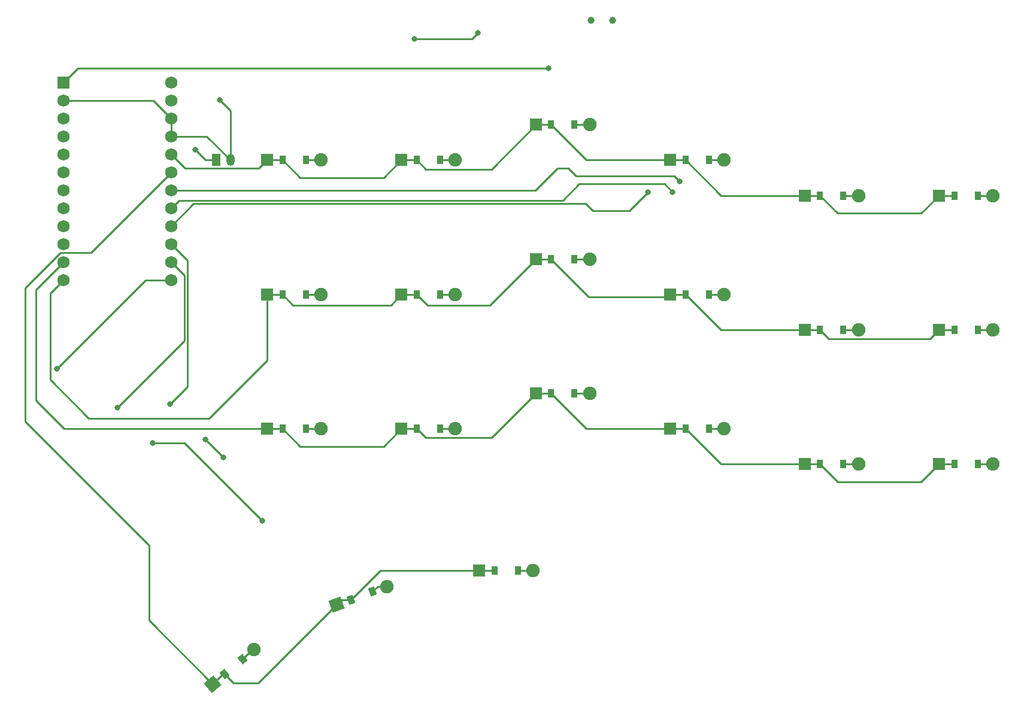
<source format=gbr>
%TF.GenerationSoftware,KiCad,Pcbnew,9.0.3*%
%TF.CreationDate,2025-09-27T17:44:53-06:00*%
%TF.ProjectId,right_connected,72696768-745f-4636-9f6e-6e6563746564,v1.0.0*%
%TF.SameCoordinates,Original*%
%TF.FileFunction,Copper,L1,Top*%
%TF.FilePolarity,Positive*%
%FSLAX46Y46*%
G04 Gerber Fmt 4.6, Leading zero omitted, Abs format (unit mm)*
G04 Created by KiCad (PCBNEW 9.0.3) date 2025-09-27 17:44:53*
%MOMM*%
%LPD*%
G01*
G04 APERTURE LIST*
G04 Aperture macros list*
%AMRotRect*
0 Rectangle, with rotation*
0 The origin of the aperture is its center*
0 $1 length*
0 $2 width*
0 $3 Rotation angle, in degrees counterclockwise*
0 Add horizontal line*
21,1,$1,$2,0,0,$3*%
G04 Aperture macros list end*
%TA.AperFunction,WasherPad*%
%ADD10C,1.000000*%
%TD*%
%TA.AperFunction,ComponentPad*%
%ADD11R,1.778000X1.778000*%
%TD*%
%TA.AperFunction,SMDPad,CuDef*%
%ADD12R,0.900000X1.200000*%
%TD*%
%TA.AperFunction,ComponentPad*%
%ADD13C,1.905000*%
%TD*%
%TA.AperFunction,ComponentPad*%
%ADD14R,1.200000X1.700000*%
%TD*%
%TA.AperFunction,ComponentPad*%
%ADD15O,1.200000X1.700000*%
%TD*%
%TA.AperFunction,ComponentPad*%
%ADD16RotRect,1.778000X1.778000X20.000000*%
%TD*%
%TA.AperFunction,SMDPad,CuDef*%
%ADD17RotRect,0.900000X1.200000X20.000000*%
%TD*%
%TA.AperFunction,ComponentPad*%
%ADD18RotRect,1.778000X1.778000X40.000000*%
%TD*%
%TA.AperFunction,SMDPad,CuDef*%
%ADD19RotRect,0.900000X1.200000X40.000000*%
%TD*%
%TA.AperFunction,ComponentPad*%
%ADD20R,1.752600X1.752600*%
%TD*%
%TA.AperFunction,ComponentPad*%
%ADD21C,1.752600*%
%TD*%
%TA.AperFunction,ViaPad*%
%ADD22C,0.800000*%
%TD*%
%TA.AperFunction,Conductor*%
%ADD23C,0.250000*%
%TD*%
G04 APERTURE END LIST*
D10*
%TO.P,T1,*%
%TO.N,*%
X317000000Y-42200000D03*
X320000000Y-42200000D03*
%TD*%
D11*
%TO.P,D14,1*%
%TO.N,P10*%
X290190000Y-81000000D03*
D12*
X292350000Y-81000000D03*
%TO.P,D14,2*%
%TO.N,mirror_index_home*%
X295650000Y-81000000D03*
D13*
X297810000Y-81000000D03*
%TD*%
D11*
%TO.P,D1,1*%
%TO.N,P16*%
X366190000Y-105000000D03*
D12*
X368350000Y-105000000D03*
%TO.P,D1,2*%
%TO.N,mirror_outer_bottom*%
X371650000Y-105000000D03*
D13*
X373810000Y-105000000D03*
%TD*%
D11*
%TO.P,D9,1*%
%TO.N,P2*%
X328190000Y-62000000D03*
D12*
X330350000Y-62000000D03*
%TO.P,D9,2*%
%TO.N,mirror_ring_top*%
X333650000Y-62000000D03*
D13*
X335810000Y-62000000D03*
%TD*%
D11*
%TO.P,D3,1*%
%TO.N,P2*%
X366190000Y-67000000D03*
D12*
X368350000Y-67000000D03*
%TO.P,D3,2*%
%TO.N,mirror_outer_top*%
X371650000Y-67000000D03*
D13*
X373810000Y-67000000D03*
%TD*%
D11*
%TO.P,D15,1*%
%TO.N,P2*%
X290190000Y-62000000D03*
D12*
X292350000Y-62000000D03*
%TO.P,D15,2*%
%TO.N,mirror_index_top*%
X295650000Y-62000000D03*
D13*
X297810000Y-62000000D03*
%TD*%
D11*
%TO.P,D6,1*%
%TO.N,P2*%
X347190000Y-67000000D03*
D12*
X349350000Y-67000000D03*
%TO.P,D6,2*%
%TO.N,mirror_pinky_top*%
X352650000Y-67000000D03*
D13*
X354810000Y-67000000D03*
%TD*%
D11*
%TO.P,D7,1*%
%TO.N,P16*%
X328190000Y-100000000D03*
D12*
X330350000Y-100000000D03*
%TO.P,D7,2*%
%TO.N,mirror_ring_bottom*%
X333650000Y-100000000D03*
D13*
X335810000Y-100000000D03*
%TD*%
D11*
%TO.P,D17,1*%
%TO.N,P10*%
X271190000Y-81000000D03*
D12*
X273350000Y-81000000D03*
%TO.P,D17,2*%
%TO.N,mirror_inner_home*%
X276650000Y-81000000D03*
D13*
X278810000Y-81000000D03*
%TD*%
D11*
%TO.P,D11,1*%
%TO.N,P10*%
X309190000Y-76000000D03*
D12*
X311350000Y-76000000D03*
%TO.P,D11,2*%
%TO.N,mirror_middle_home*%
X314650000Y-76000000D03*
D13*
X316810000Y-76000000D03*
%TD*%
D11*
%TO.P,D18,1*%
%TO.N,P2*%
X271190000Y-62000000D03*
D12*
X273350000Y-62000000D03*
%TO.P,D18,2*%
%TO.N,mirror_inner_top*%
X276650000Y-62000000D03*
D13*
X278810000Y-62000000D03*
%TD*%
D14*
%TO.P,JST1,1*%
%TO.N,pos*%
X264000000Y-62000000D03*
D15*
%TO.P,JST1,2*%
%TO.N,GND*%
X266000000Y-62000000D03*
%TD*%
D11*
%TO.P,D2,1*%
%TO.N,P10*%
X366190000Y-86000000D03*
D12*
X368350000Y-86000000D03*
%TO.P,D2,2*%
%TO.N,mirror_outer_home*%
X371650000Y-86000000D03*
D13*
X373810000Y-86000000D03*
%TD*%
D16*
%TO.P,D20,1*%
%TO.N,P3*%
X280996784Y-124904221D03*
D17*
X283026520Y-124165457D03*
%TO.P,D20,2*%
%TO.N,mirror_home_thumb*%
X286127506Y-123036791D03*
D13*
X288157242Y-122298027D03*
%TD*%
D11*
%TO.P,D4,1*%
%TO.N,P16*%
X347190000Y-105000000D03*
D12*
X349350000Y-105000000D03*
%TO.P,D4,2*%
%TO.N,mirror_pinky_bottom*%
X352650000Y-105000000D03*
D13*
X354810000Y-105000000D03*
%TD*%
D11*
%TO.P,D5,1*%
%TO.N,P10*%
X347190000Y-86000000D03*
D12*
X349350000Y-86000000D03*
%TO.P,D5,2*%
%TO.N,mirror_pinky_home*%
X352650000Y-86000000D03*
D13*
X354810000Y-86000000D03*
%TD*%
D11*
%TO.P,D8,1*%
%TO.N,P10*%
X328190000Y-81000000D03*
D12*
X330350000Y-81000000D03*
%TO.P,D8,2*%
%TO.N,mirror_ring_home*%
X333650000Y-81000000D03*
D13*
X335810000Y-81000000D03*
%TD*%
D18*
%TO.P,D21,1*%
%TO.N,P3*%
X263525063Y-136118399D03*
D19*
X265179719Y-134729978D03*
%TO.P,D21,2*%
%TO.N,mirror_far_thumb*%
X267707665Y-132608778D03*
D13*
X269362321Y-131220357D03*
%TD*%
D11*
%TO.P,D10,1*%
%TO.N,P16*%
X309190000Y-95000000D03*
D12*
X311350000Y-95000000D03*
%TO.P,D10,2*%
%TO.N,mirror_middle_bottom*%
X314650000Y-95000000D03*
D13*
X316810000Y-95000000D03*
%TD*%
D20*
%TO.P,MCU1,1*%
%TO.N,RAW*%
X242380000Y-51030000D03*
D21*
%TO.P,MCU1,2*%
%TO.N,GND*%
X242380000Y-53570000D03*
%TO.P,MCU1,3*%
%TO.N,RST*%
X242380000Y-56110000D03*
%TO.P,MCU1,4*%
%TO.N,VCC*%
X242380000Y-58650000D03*
%TO.P,MCU1,5*%
%TO.N,P21*%
X242380000Y-61190000D03*
%TO.P,MCU1,6*%
%TO.N,P20*%
X242380000Y-63730000D03*
%TO.P,MCU1,7*%
%TO.N,P19*%
X242380000Y-66270000D03*
%TO.P,MCU1,8*%
%TO.N,P18*%
X242380000Y-68810000D03*
%TO.P,MCU1,9*%
%TO.N,P15*%
X242380000Y-71350000D03*
%TO.P,MCU1,10*%
%TO.N,P14*%
X242380000Y-73890000D03*
%TO.P,MCU1,11*%
%TO.N,P16*%
X242380000Y-76430000D03*
%TO.P,MCU1,12*%
%TO.N,P10*%
X242380000Y-78970000D03*
%TO.P,MCU1,13*%
%TO.N,P1*%
X257620000Y-51030000D03*
%TO.P,MCU1,14*%
%TO.N,P0*%
X257620000Y-53570000D03*
%TO.P,MCU1,15*%
%TO.N,GND*%
X257620000Y-56110000D03*
%TO.P,MCU1,16*%
X257620000Y-58650000D03*
%TO.P,MCU1,17*%
%TO.N,P2*%
X257620000Y-61190000D03*
%TO.P,MCU1,18*%
%TO.N,P3*%
X257620000Y-63730000D03*
%TO.P,MCU1,19*%
%TO.N,P4*%
X257620000Y-66270000D03*
%TO.P,MCU1,20*%
%TO.N,P5*%
X257620000Y-68810000D03*
%TO.P,MCU1,21*%
%TO.N,P6*%
X257620000Y-71350000D03*
%TO.P,MCU1,22*%
%TO.N,P7*%
X257620000Y-73890000D03*
%TO.P,MCU1,23*%
%TO.N,P8*%
X257620000Y-76430000D03*
%TO.P,MCU1,24*%
%TO.N,P9*%
X257620000Y-78970000D03*
%TD*%
D11*
%TO.P,D16,1*%
%TO.N,P16*%
X271190000Y-100000000D03*
D12*
X273350000Y-100000000D03*
%TO.P,D16,2*%
%TO.N,mirror_inner_bottom*%
X276650000Y-100000000D03*
D13*
X278810000Y-100000000D03*
%TD*%
D11*
%TO.P,D12,1*%
%TO.N,P2*%
X309190000Y-57000000D03*
D12*
X311350000Y-57000000D03*
%TO.P,D12,2*%
%TO.N,mirror_middle_top*%
X314650000Y-57000000D03*
D13*
X316810000Y-57000000D03*
%TD*%
D11*
%TO.P,D19,1*%
%TO.N,P3*%
X301190000Y-120000000D03*
D12*
X303350000Y-120000000D03*
%TO.P,D19,2*%
%TO.N,mirror_near_thumb*%
X306650000Y-120000000D03*
D13*
X308810000Y-120000000D03*
%TD*%
D11*
%TO.P,D13,1*%
%TO.N,P16*%
X290190000Y-100000000D03*
D12*
X292350000Y-100000000D03*
%TO.P,D13,2*%
%TO.N,mirror_index_bottom*%
X295650000Y-100000000D03*
D13*
X297810000Y-100000000D03*
%TD*%
D22*
%TO.N,P4*%
X329500000Y-65000000D03*
%TO.N,P5*%
X328500000Y-66500000D03*
%TO.N,P6*%
X325000000Y-66500000D03*
%TO.N,P7*%
X265000000Y-104000000D03*
X257500000Y-96500000D03*
X262500000Y-101500000D03*
%TO.N,P8*%
X250000000Y-97000000D03*
X270500000Y-113000000D03*
X255000000Y-102000000D03*
%TO.N,P9*%
X241500000Y-91500000D03*
%TO.N,RAW*%
X311000000Y-49000000D03*
%TO.N,GND*%
X264500000Y-53500000D03*
%TO.N,RST*%
X292000000Y-44824000D03*
X301000000Y-44000000D03*
%TO.N,pos*%
X261000000Y-60500000D03*
%TD*%
D23*
%TO.N,P4*%
X328772935Y-64272935D02*
X314876000Y-64272935D01*
X314876000Y-64272935D02*
X313777065Y-63174000D01*
X329500000Y-65000000D02*
X328772935Y-64272935D01*
X309126935Y-66270000D02*
X257620000Y-66270000D01*
X313777065Y-63174000D02*
X312222935Y-63174000D01*
X312222935Y-63174000D02*
X309126935Y-66270000D01*
%TO.N,mirror_outer_bottom*%
X373810000Y-105000000D02*
X371650000Y-105000000D01*
%TO.N,mirror_outer_home*%
X371650000Y-86000000D02*
X373810000Y-86000000D01*
%TO.N,mirror_outer_top*%
X373810000Y-67000000D02*
X371650000Y-67000000D01*
%TO.N,P5*%
X328500000Y-66500000D02*
X327374000Y-65374000D01*
X315329065Y-65374000D02*
X312980065Y-67723000D01*
X327374000Y-65374000D02*
X315329065Y-65374000D01*
X312980065Y-67723000D02*
X258707000Y-67723000D01*
X258707000Y-67723000D02*
X257620000Y-68810000D01*
%TO.N,mirror_pinky_bottom*%
X354810000Y-105000000D02*
X352650000Y-105000000D01*
%TO.N,mirror_pinky_home*%
X354810000Y-86000000D02*
X352650000Y-86000000D01*
%TO.N,mirror_pinky_top*%
X354810000Y-67000000D02*
X352650000Y-67000000D01*
%TO.N,P6*%
X260796000Y-68174000D02*
X257620000Y-71350000D01*
X322374000Y-69126000D02*
X317222935Y-69126000D01*
X317222935Y-69126000D02*
X316270935Y-68174000D01*
X325000000Y-66500000D02*
X322374000Y-69126000D01*
X316270935Y-68174000D02*
X260796000Y-68174000D01*
%TO.N,mirror_ring_bottom*%
X335810000Y-100000000D02*
X333650000Y-100000000D01*
%TO.N,mirror_ring_home*%
X333650000Y-81000000D02*
X335810000Y-81000000D01*
%TO.N,mirror_ring_top*%
X335810000Y-62000000D02*
X333650000Y-62000000D01*
%TO.N,P7*%
X259951000Y-76221000D02*
X257620000Y-73890000D01*
X257500000Y-96500000D02*
X259951000Y-94049000D01*
X265000000Y-104000000D02*
X262500000Y-101500000D01*
X259951000Y-94049000D02*
X259951000Y-76221000D01*
%TO.N,mirror_middle_bottom*%
X314650000Y-95000000D02*
X316810000Y-95000000D01*
%TO.N,mirror_middle_home*%
X314650000Y-76000000D02*
X316810000Y-76000000D01*
%TO.N,mirror_middle_top*%
X316810000Y-57000000D02*
X314650000Y-57000000D01*
%TO.N,P8*%
X259500000Y-78310000D02*
X257620000Y-76430000D01*
X259500000Y-87500000D02*
X259500000Y-78310000D01*
X259500000Y-102000000D02*
X255000000Y-102000000D01*
X270500000Y-113000000D02*
X259500000Y-102000000D01*
X250000000Y-97000000D02*
X259500000Y-87500000D01*
%TO.N,mirror_index_bottom*%
X297810000Y-100000000D02*
X295650000Y-100000000D01*
%TO.N,mirror_index_home*%
X295650000Y-81000000D02*
X297810000Y-81000000D01*
%TO.N,mirror_index_top*%
X297810000Y-62000000D02*
X295650000Y-62000000D01*
%TO.N,P9*%
X241500000Y-91500000D02*
X254030000Y-78970000D01*
X254030000Y-78970000D02*
X257620000Y-78970000D01*
%TO.N,mirror_inner_bottom*%
X276650000Y-100000000D02*
X278810000Y-100000000D01*
%TO.N,mirror_inner_home*%
X278810000Y-81000000D02*
X276650000Y-81000000D01*
%TO.N,mirror_inner_top*%
X276650000Y-62000000D02*
X278810000Y-62000000D01*
%TO.N,mirror_near_thumb*%
X306650000Y-120000000D02*
X308810000Y-120000000D01*
%TO.N,mirror_home_thumb*%
X286866270Y-122298027D02*
X286127506Y-123036791D01*
X288157242Y-122298027D02*
X286866270Y-122298027D01*
%TO.N,mirror_far_thumb*%
X269362321Y-131220357D02*
X269096086Y-131220357D01*
X269096086Y-131220357D02*
X267707665Y-132608778D01*
%TO.N,P16*%
X347190000Y-105000000D02*
X349350000Y-105000000D01*
X347190000Y-105000000D02*
X335350000Y-105000000D01*
X366190000Y-105000000D02*
X363664000Y-107526000D01*
X328190000Y-100000000D02*
X316350000Y-100000000D01*
X238500000Y-96000000D02*
X242500000Y-100000000D01*
X335350000Y-105000000D02*
X330350000Y-100000000D01*
X368350000Y-105000000D02*
X366190000Y-105000000D01*
X242380000Y-76430000D02*
X238500000Y-80310000D01*
X316350000Y-100000000D02*
X311350000Y-95000000D01*
X275876000Y-102526000D02*
X273350000Y-100000000D01*
X330350000Y-100000000D02*
X328190000Y-100000000D01*
X287664000Y-102526000D02*
X275876000Y-102526000D01*
X351876000Y-107526000D02*
X349350000Y-105000000D01*
X238500000Y-80310000D02*
X238500000Y-96000000D01*
X290190000Y-100000000D02*
X287664000Y-102526000D01*
X309190000Y-95000000D02*
X311350000Y-95000000D01*
X271190000Y-100000000D02*
X273350000Y-100000000D01*
X363664000Y-107526000D02*
X351876000Y-107526000D01*
X309190000Y-95000000D02*
X302911500Y-101278500D01*
X292350000Y-100000000D02*
X290190000Y-100000000D01*
X302911500Y-101278500D02*
X293628500Y-101278500D01*
X293628500Y-101278500D02*
X292350000Y-100000000D01*
X242500000Y-100000000D02*
X271190000Y-100000000D01*
%TO.N,P10*%
X347190000Y-86000000D02*
X349350000Y-86000000D01*
X327880000Y-81310000D02*
X316660000Y-81310000D01*
X309190000Y-76000000D02*
X311350000Y-76000000D01*
X366190000Y-86000000D02*
X368350000Y-86000000D01*
X271190000Y-81000000D02*
X271190000Y-90310000D01*
X240500000Y-93000000D02*
X240500000Y-80850000D01*
X328190000Y-81000000D02*
X330350000Y-81000000D01*
X328190000Y-81000000D02*
X327880000Y-81310000D01*
X290190000Y-81000000D02*
X292350000Y-81000000D01*
X302690000Y-82500000D02*
X293850000Y-82500000D01*
X240500000Y-80850000D02*
X242380000Y-78970000D01*
X309190000Y-76000000D02*
X302690000Y-82500000D01*
X288690000Y-82500000D02*
X274850000Y-82500000D01*
X364911500Y-87278500D02*
X350628500Y-87278500D01*
X335350000Y-86000000D02*
X330350000Y-81000000D01*
X263000000Y-98500000D02*
X246000000Y-98500000D01*
X273350000Y-81000000D02*
X271190000Y-81000000D01*
X271190000Y-90310000D02*
X263000000Y-98500000D01*
X316660000Y-81310000D02*
X311350000Y-76000000D01*
X274850000Y-82500000D02*
X273350000Y-81000000D01*
X246000000Y-98500000D02*
X240500000Y-93000000D01*
X350628500Y-87278500D02*
X349350000Y-86000000D01*
X347190000Y-86000000D02*
X335350000Y-86000000D01*
X290190000Y-81000000D02*
X288690000Y-82500000D01*
X293850000Y-82500000D02*
X292350000Y-81000000D01*
X366190000Y-86000000D02*
X364911500Y-87278500D01*
%TO.N,P2*%
X351876000Y-69526000D02*
X349350000Y-67000000D01*
X347190000Y-67000000D02*
X335350000Y-67000000D01*
X292350000Y-62000000D02*
X290190000Y-62000000D01*
X287664000Y-64526000D02*
X275876000Y-64526000D01*
X363664000Y-69526000D02*
X351876000Y-69526000D01*
X293628500Y-63278500D02*
X292350000Y-62000000D01*
X368350000Y-67000000D02*
X366190000Y-67000000D01*
X330350000Y-62000000D02*
X328190000Y-62000000D01*
X270014000Y-63176000D02*
X259606000Y-63176000D01*
X271190000Y-62000000D02*
X270014000Y-63176000D01*
X290190000Y-62000000D02*
X287664000Y-64526000D01*
X366190000Y-67000000D02*
X363664000Y-69526000D01*
X259606000Y-63176000D02*
X257620000Y-61190000D01*
X275876000Y-64526000D02*
X273350000Y-62000000D01*
X309190000Y-57000000D02*
X302911500Y-63278500D01*
X349350000Y-67000000D02*
X347190000Y-67000000D01*
X316350000Y-62000000D02*
X311350000Y-57000000D01*
X271190000Y-62000000D02*
X273350000Y-62000000D01*
X328190000Y-62000000D02*
X316350000Y-62000000D01*
X335350000Y-67000000D02*
X330350000Y-62000000D01*
X311350000Y-57000000D02*
X309190000Y-57000000D01*
X302911500Y-63278500D02*
X293628500Y-63278500D01*
%TO.N,P3*%
X265179719Y-134729978D02*
X264913484Y-134729978D01*
X237000000Y-80109691D02*
X237000000Y-99000000D01*
X287191977Y-120000000D02*
X283026520Y-124165457D01*
X242017391Y-75092300D02*
X237000000Y-80109691D01*
X264913484Y-134729978D02*
X263525063Y-136118399D01*
X257620000Y-63730000D02*
X246257700Y-75092300D01*
X254500000Y-127093336D02*
X263525063Y-136118399D01*
X283026520Y-124165457D02*
X281735548Y-124165457D01*
X301190000Y-120000000D02*
X287191977Y-120000000D01*
X269901005Y-136000000D02*
X266449741Y-136000000D01*
X237000000Y-99000000D02*
X254500000Y-116500000D01*
X281735548Y-124165457D02*
X280996784Y-124904221D01*
X280996784Y-124904221D02*
X269901005Y-136000000D01*
X266449741Y-136000000D02*
X265179719Y-134729978D01*
X254500000Y-116500000D02*
X254500000Y-127093336D01*
X246257700Y-75092300D02*
X242017391Y-75092300D01*
X301190000Y-120000000D02*
X303350000Y-120000000D01*
%TO.N,RAW*%
X244410000Y-49000000D02*
X242380000Y-51030000D01*
X311000000Y-49000000D02*
X244410000Y-49000000D01*
%TO.N,GND*%
X257620000Y-56110000D02*
X257620000Y-58650000D01*
X242380000Y-53570000D02*
X255080000Y-53570000D01*
X257620000Y-58650000D02*
X262650000Y-58650000D01*
X266000000Y-55000000D02*
X266000000Y-62000000D01*
X262650000Y-58650000D02*
X266000000Y-62000000D01*
X255080000Y-53570000D02*
X257620000Y-56110000D01*
X264500000Y-53500000D02*
X266000000Y-55000000D01*
%TO.N,RST*%
X292000000Y-44824000D02*
X300176000Y-44824000D01*
X300176000Y-44824000D02*
X301000000Y-44000000D01*
%TO.N,pos*%
X264000000Y-62000000D02*
X262500000Y-62000000D01*
X262500000Y-62000000D02*
X261000000Y-60500000D01*
%TD*%
M02*

</source>
